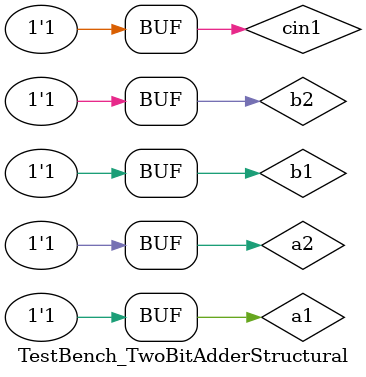
<source format=sv>
`timescale 1ns / 1ps


module TestBench_TwoBitAdderStructural();
    logic a1, b1, cin1, a2, b2, cin2;
    logic sum1, cout1, sum2, cout2;
// instantiate device under test
    TwoBitAdderStructural dut( a1, b1, cin1, a2, b2, cin2, sum1, cout1, sum2, cout2);
// apply inputs one at a time
    initial begin
    a1 = 0; b1 = 0; cin1 = 0; a2 = 0; b2 = 0; #10;
    b2 = 1; #10;
    a2 = 1; b2 = 0; #10;
    b1 = 1; #10;
    cin1 = 1; a2 = 0; b2 = 0; #10;
    b2 = 1; #10;
    a2 = 1; b2 = 0; #10;
    b2 = 1; #10;
    b1 = 1; cin1 = 0; a2 = 0; b2 = 0; #10;
    b2 = 1; #10;
    a2 = 1; b2 = 0; #10;
    b2 = 1; #10;
    cin1 = 1; a2 = 0; b2 = 0; #10;
    b2 = 1; #10;
    a2 = 1; b2 = 0; #10;
    b2 = 1; #10;
    a1 = 1; b1 = 0; cin1 = 0; a2 = 0; b2 = 0; #10;
    b2 = 1; #10;
    a2 = 1; b2 = 0; #10;
    b2 = 1; #10;
    cin1 = 1; a2 = 0; b2 = 0; #10;
    b2 = 1; #10;
    a2 = 1; b2 = 0; #10;
    b2 = 1; #10;
    b1 = 1; cin1 = 0; a2 = 0; b2 = 0; #10;
    b2 = 1; #10;
    a2 = 1; b2 = 0; #10;
    b2 = 1; #10;
    cin1 = 1; a2 = 0; b2 = 0; #10;
    b2 = 1; #10;
    a2 = 1; b2 = 0; #10;
    b2 = 1; #10;
    end
endmodule
</source>
